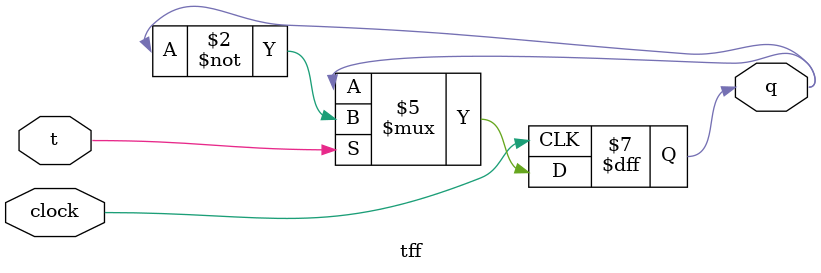
<source format=v>
module tff(t,clock,q);
	input t,clock;
	output q;
	reg q;
	
	initial q=0;
	
	always@(posedge clock)
	  begin 
	   if (t)
	     q <= ~q;
	   else 
	     q <= q;
	  end
endmodule 

</source>
